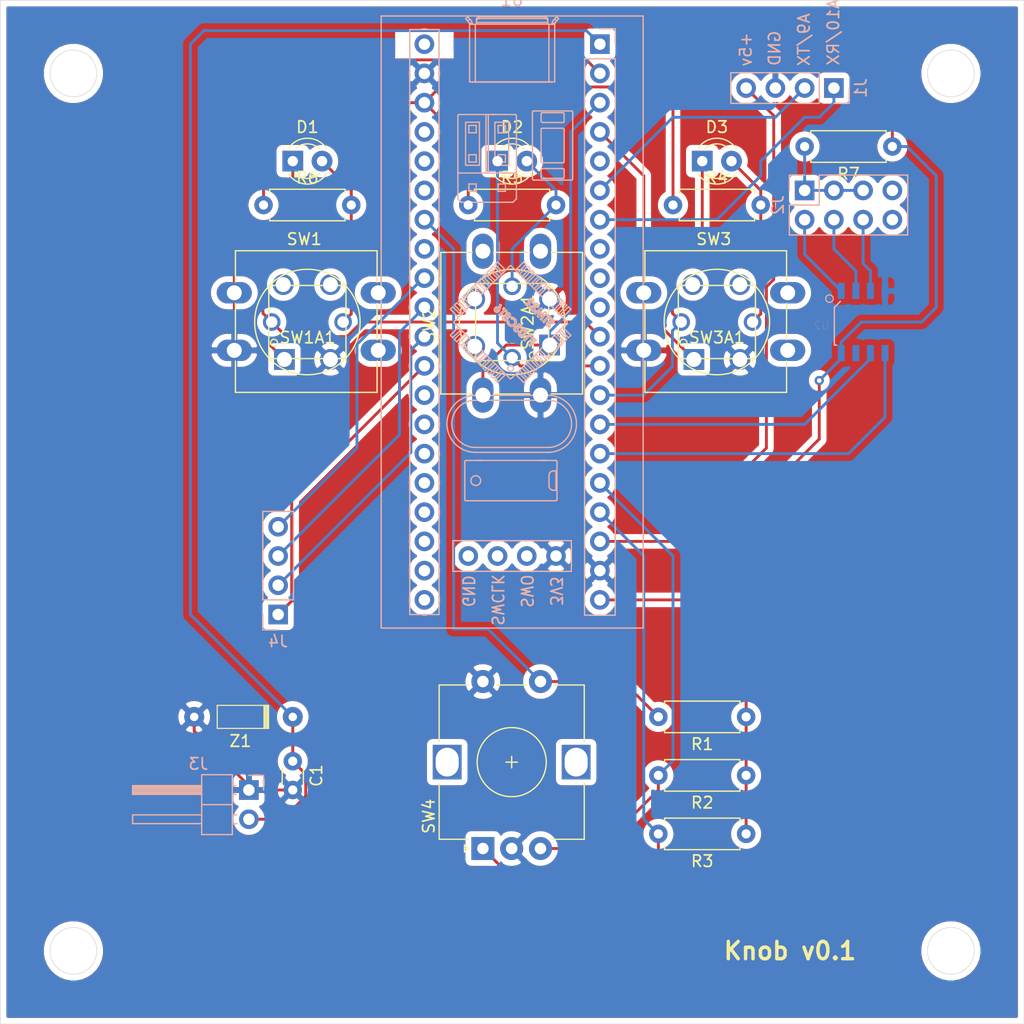
<source format=kicad_pcb>
(kicad_pcb (version 20171130) (host pcbnew "(5.1.9)-1")
  (layers (0 F.Cu signal hide) (31 B.Cu signal hide) (34 B.Paste user) (35 F.Paste user) (36 B.SilkS user) (37 F.SilkS user) (38 B.Mask user) (39 F.Mask user hide) (44 Edge.Cuts user))
  (net 0 "")
  (net 1 GND)
  (net 2 "Net-(C1-Pad1)")
  (net 3 D1R6)
  (net 4 "Net-(D1-Pad1)")
  (net 5 D2R5)
  (net 6 "Net-(D2-Pad1)")
  (net 7 D3R4)
  (net 8 "Net-(D3-Pad1)")
  (net 9 +5V)
  (net 10 PRG_TX)
  (net 11 PRG_RX)
  (net 12 "Net-(J2-Pad6)")
  (net 13 "Net-(J2-Pad1)")
  (net 14 "Net-(J2-Pad4)")
  (net 15 "Net-(J2-Pad2)")
  (net 16 "Net-(J4-Pad4)")
  (net 17 "Net-(J4-Pad3)")
  (net 18 "Net-(J4-Pad2)")
  (net 19 "Net-(J4-Pad1)")
  (net 20 ENC_SW)
  (net 21 +3V3)
  (net 22 "Net-(R2-Pad2)")
  (net 23 "Net-(R3-Pad2)")
  (net 24 "Net-(SW1-Pad1)")
  (net 25 "Net-(SW2-Pad1)")
  (net 26 "Net-(SW3-Pad1)")
  (net 27 "Net-(U1-Pad21)")
  (net 28 "Net-(U1-Pad22)")
  (net 29 "Net-(U1-Pad23)")
  (net 30 "Net-(U1-Pad24)")
  (net 31 "Net-(U1-Pad25)")
  (net 32 "Net-(U1-Pad15)")
  (net 33 "Net-(U1-Pad26)")
  (net 34 "Net-(U1-Pad14)")
  (net 35 "Net-(U1-Pad27)")
  (net 36 "Net-(U1-Pad28)")
  (net 37 "Net-(U1-Pad10)")
  (net 38 "Net-(U1-Pad9)")
  (net 39 "Net-(U1-Pad8)")
  (net 40 "Net-(U1-Pad33)")
  (net 41 "Net-(U1-Pad35)")
  (net 42 "Net-(U1-Pad5)")
  (net 43 "Net-(U1-Pad36)")
  (net 44 "Net-(U1-Pad37)")
  (net 45 "Net-(U1-Pad42)")
  (net 46 "Net-(U1-Pad43)")
  (net 47 "Net-(U2-Pad7)")
  (net 48 "Net-(SW1A1-Pad2)")
  (net 49 "Net-(SW1A1-Pad4)")
  (net 50 "Net-(SW2A1-Pad2)")
  (net 51 "Net-(SW2A1-Pad4)")
  (net 52 "Net-(SW3A1-Pad2)")
  (net 53 "Net-(SW3A1-Pad4)")
  (net 54 "Net-(SW1-Pad3)")
  (net 55 "Net-(SW1-Pad4)")
  (net 56 "Net-(SW2-Pad4)")
  (net 57 "Net-(SW2-Pad3)")
  (net 58 "Net-(SW3-Pad3)")
  (net 59 "Net-(SW3-Pad4)")
  (module Connector_PinHeader_2.54mm:PinHeader_1x04_P2.54mm_Vertical (layer B.Cu) (at 132.08 50.8 90)
    (fp_text reference J1 (at 0 2.33 90) (layer B.SilkS) (effects (justify mirror)))
    (fp_text value "TTL Programming")
    (fp_text user +5v (at 3.35 -7.65 90) (layer B.SilkS) (effects (justify mirror)))
    (fp_text user GND (at 3.45 -5.15 90) (layer B.SilkS) (effects (justify mirror)))
    (fp_text user A9/TX (at 4.2 -2.6 90) (layer B.SilkS) (effects (justify mirror)))
    (fp_text user A10/RX (at 4.85 -0.05 90) (layer B.SilkS) (effects (justify mirror)))
    (pad 4 thru_hole oval (at 0 -7.62 90) (size 1.7 1.7) (drill 1) (layers *.Cu *.Mask) (net 9 +5V))
    (pad 3 thru_hole oval (at 0 -5.08 90) (size 1.7 1.7) (drill 1) (layers *.Cu *.Mask) (net 1 GND))
    (pad 2 thru_hole oval (at 0 -2.54 90) (size 1.7 1.7) (drill 1) (layers *.Cu *.Mask) (net 10 PRG_TX))
    (pad 1 thru_hole rect (at 0 0 90) (size 1.7 1.7) (drill 1) (layers *.Cu *.Mask) (net 11 PRG_RX))
  )
  (module Resistor_THT:R_Axial_DIN0207_L6.3mm_D2.5mm_P7.62mm_Horizontal (layer F.Cu) (at 137.16 55.88 180)
    (fp_text reference R7 (at 3.81 -2.37) (layer F.SilkS))
    (fp_text value 2K)
    (pad 2 thru_hole oval (at 7.62 0 180) (size 1.6 1.6) (drill 0.8) (layers *.Cu *.Mask) (net 13 "Net-(J2-Pad1)"))
    (pad 1 thru_hole circle (at 0 0 180) (size 1.6 1.6) (drill 0.8) (layers *.Cu *.Mask) (net 21 +3V3))
  )
  (module mine:TL6215V (layer F.Cu) (at 121.92 71.12)
    (fp_text reference SW3A1 (at 0 1.35) (layer F.SilkS))
    (fp_text value SW_Push_LED_TL6215)
    (pad 3 thru_hole circle (at 2 3.25) (size 1.8 1.8) (drill 1.3) (layers *.Cu *.Mask) (net 1 GND))
    (pad 1 thru_hole rect (at -2 3.25) (size 1.8 1.8) (drill 1.3) (layers *.Cu *.Mask) (net 26 "Net-(SW3-Pad1)"))
    (pad 2 thru_hole circle (at -2.1 -3.25) (size 1.8 1.8) (drill 1.3) (layers *.Cu *.Mask) (net 52 "Net-(SW3A1-Pad2)"))
    (pad 4 thru_hole circle (at 2 -3.25) (size 1.8 1.8) (drill 1.3) (layers *.Cu *.Mask) (net 53 "Net-(SW3A1-Pad4)"))
    (pad 5 thru_hole circle (at -3.1 0) (size 1.524 1.524) (drill 1) (layers *.Cu *.Mask) (net 8 "Net-(D3-Pad1)"))
    (pad 6 thru_hole circle (at 3.1 0) (size 1.524 1.524) (drill 1) (layers *.Cu *.Mask) (net 7 D3R4))
  )
  (module mine:TL6215V (layer F.Cu) (at 104.14 71.12 90)
    (fp_text reference SW2A1 (at 0 1.35 90) (layer F.SilkS))
    (fp_text value SW_Push_LED_TL6215)
    (pad 3 thru_hole circle (at 2 3.25 90) (size 1.8 1.8) (drill 1.3) (layers *.Cu *.Mask) (net 1 GND))
    (pad 1 thru_hole rect (at -2 3.25 90) (size 1.8 1.8) (drill 1.3) (layers *.Cu *.Mask) (net 25 "Net-(SW2-Pad1)"))
    (pad 2 thru_hole circle (at -2.1 -3.25 90) (size 1.8 1.8) (drill 1.3) (layers *.Cu *.Mask) (net 50 "Net-(SW2A1-Pad2)"))
    (pad 4 thru_hole circle (at 2 -3.25 90) (size 1.8 1.8) (drill 1.3) (layers *.Cu *.Mask) (net 51 "Net-(SW2A1-Pad4)"))
    (pad 5 thru_hole circle (at -3.1 0 90) (size 1.524 1.524) (drill 1) (layers *.Cu *.Mask) (net 6 "Net-(D2-Pad1)"))
    (pad 6 thru_hole circle (at 3.1 0 90) (size 1.524 1.524) (drill 1) (layers *.Cu *.Mask) (net 5 D2R5))
  )
  (module mine:TL6215V (layer F.Cu) (at 86.36 71.12)
    (fp_text reference SW1A1 (at 0 1.35) (layer F.SilkS))
    (fp_text value SW_Push_LED_TL6215)
    (pad 3 thru_hole circle (at 2 3.25) (size 1.8 1.8) (drill 1.3) (layers *.Cu *.Mask) (net 1 GND))
    (pad 1 thru_hole rect (at -2 3.25) (size 1.8 1.8) (drill 1.3) (layers *.Cu *.Mask) (net 24 "Net-(SW1-Pad1)"))
    (pad 2 thru_hole circle (at -2.1 -3.25) (size 1.8 1.8) (drill 1.3) (layers *.Cu *.Mask) (net 48 "Net-(SW1A1-Pad2)"))
    (pad 4 thru_hole circle (at 2 -3.25) (size 1.8 1.8) (drill 1.3) (layers *.Cu *.Mask) (net 49 "Net-(SW1A1-Pad4)"))
    (pad 5 thru_hole circle (at -3.1 0) (size 1.524 1.524) (drill 1) (layers *.Cu *.Mask) (net 4 "Net-(D1-Pad1)"))
    (pad 6 thru_hole circle (at 3.1 0) (size 1.524 1.524) (drill 1) (layers *.Cu *.Mask) (net 3 D1R6))
  )
  (module digikey-footprints:DO-35 (layer F.Cu) (at 85.09 105.41 180)
    (fp_text reference Z1 (at 4.55 -2.1) (layer F.SilkS))
    (fp_text value 1N5231BTR)
    (pad A thru_hole circle (at 8.56 0 180) (size 1.733 1.733) (drill 0.733) (layers *.Cu *.Mask) (net 1 GND))
    (pad K thru_hole circle (at 0 0 180) (size 1.733 1.733) (drill 0.733) (layers *.Cu *.Mask) (net 2 "Net-(C1-Pad1)"))
  )
  (module SnapEDA:SOIC8-1.27-5X4MM (layer B.Cu) (at 134.62 71.12)
    (fp_text reference U2 (at -3.621563 0.317685 -180) (layer B.SilkS) (effects (font (size 0.700398 0.700398) (thickness 0.015)) (justify mirror)))
    (fp_text value CAT24C256)
    (pad 8 smd rect (at -1.905 2.7) (size 0.6 1.4) (layers B.Cu B.Paste B.Mask) (net 21 +3V3))
    (pad 7 smd rect (at -0.635 2.7) (size 0.6 1.4) (layers B.Cu B.Paste B.Mask) (net 47 "Net-(U2-Pad7)"))
    (pad 6 smd rect (at 0.635 2.7) (size 0.6 1.4) (layers B.Cu B.Paste B.Mask) (net 34 "Net-(U1-Pad14)"))
    (pad 5 smd rect (at 1.905 2.7) (size 0.6 1.4) (layers B.Cu B.Paste B.Mask) (net 32 "Net-(U1-Pad15)"))
    (pad 4 smd rect (at 1.905 -2.7) (size 0.6 1.4) (layers B.Cu B.Paste B.Mask) (net 1 GND))
    (pad 3 smd rect (at 0.635 -2.7) (size 0.6 1.4) (layers B.Cu B.Paste B.Mask) (net 12 "Net-(J2-Pad6)"))
    (pad 2 smd rect (at -0.635 -2.7) (size 0.6 1.4) (layers B.Cu B.Paste B.Mask) (net 14 "Net-(J2-Pad4)"))
    (pad 1 smd rect (at -1.905 -2.7) (size 0.6 1.4) (layers B.Cu B.Paste B.Mask) (net 15 "Net-(J2-Pad2)"))
  )
  (module Footprints:YAAJ_BluePill_SWD_1 (layer B.Cu) (at 111.76 46.99 180)
    (fp_text reference U1 (at 7.62 3.81 180) (layer B.SilkS) (effects (justify mirror)))
    (fp_text value YAAJ_BluePill_SWD_Breakout hide)
    (fp_text user GND (at 11.43 -47.498 -90 unlocked) (layer B.SilkS) (effects (font (size 1 0.9)) (justify mirror)))
    (fp_text user SWCLK (at 8.89 -48.26 -90 unlocked) (layer B.SilkS) (effects (font (size 1 0.9)) (justify mirror)))
    (fp_text user SWO (at 6.35 -47.498 -90 unlocked) (layer B.SilkS) (effects (font (size 1 0.9)) (justify mirror)))
    (fp_text user 3V3 (at 3.81 -47.498 -90 unlocked) (layer B.SilkS) (effects (font (size 1 0.9)) (justify mirror)))
    (pad 20 thru_hole circle (at 0 -48.26 180) (size 1.7 1.7) (drill 1) (layers *.Cu *.Mask) (net 21 +3V3))
    (pad 21 thru_hole circle (at 15.24 -48.26 180) (size 1.7 1.7) (drill 1) (layers *.Cu *.Mask) (net 27 "Net-(U1-Pad21)"))
    (pad 19 thru_hole circle (at 0 -45.72 180) (size 1.7 1.7) (drill 1) (layers *.Cu *.Mask) (net 1 GND))
    (pad 22 thru_hole circle (at 15.24 -45.72 180) (size 1.7 1.7) (drill 1) (layers *.Cu *.Mask) (net 28 "Net-(U1-Pad22)"))
    (pad 18 thru_hole circle (at 0 -43.18 180) (size 1.7 1.7) (drill 1) (layers *.Cu *.Mask) (net 9 +5V))
    (pad 23 thru_hole circle (at 15.24 -43.18 180) (size 1.7 1.7) (drill 1) (layers *.Cu *.Mask) (net 29 "Net-(U1-Pad23)"))
    (pad 17 thru_hole circle (at 0 -40.64 180) (size 1.7 1.7) (drill 1) (layers *.Cu *.Mask) (net 23 "Net-(R3-Pad2)"))
    (pad 24 thru_hole circle (at 15.24 -40.64 180) (size 1.7 1.7) (drill 1) (layers *.Cu *.Mask) (net 30 "Net-(U1-Pad24)"))
    (pad 16 thru_hole circle (at 0 -38.1 180) (size 1.7 1.7) (drill 1) (layers *.Cu *.Mask) (net 22 "Net-(R2-Pad2)"))
    (pad 25 thru_hole circle (at 15.24 -38.1 180) (size 1.7 1.7) (drill 1) (layers *.Cu *.Mask) (net 31 "Net-(U1-Pad25)"))
    (pad 15 thru_hole circle (at 0 -35.56 180) (size 1.7 1.7) (drill 1) (layers *.Cu *.Mask) (net 32 "Net-(U1-Pad15)"))
    (pad 26 thru_hole circle (at 15.24 -35.56 180) (size 1.7 1.7) (drill 1) (layers *.Cu *.Mask) (net 33 "Net-(U1-Pad26)"))
    (pad 14 thru_hole circle (at 0 -33.02 180) (size 1.7 1.7) (drill 1) (layers *.Cu *.Mask) (net 34 "Net-(U1-Pad14)"))
    (pad 27 thru_hole circle (at 15.24 -33.02 180) (size 1.7 1.7) (drill 1) (layers *.Cu *.Mask) (net 35 "Net-(U1-Pad27)"))
    (pad 13 thru_hole circle (at 0 -30.48 180) (size 1.7 1.7) (drill 1) (layers *.Cu *.Mask) (net 8 "Net-(D3-Pad1)"))
    (pad 28 thru_hole circle (at 15.24 -30.48 180) (size 1.7 1.7) (drill 1) (layers *.Cu *.Mask) (net 36 "Net-(U1-Pad28)"))
    (pad 12 thru_hole circle (at 0 -27.94 180) (size 1.7 1.7) (drill 1) (layers *.Cu *.Mask) (net 6 "Net-(D2-Pad1)"))
    (pad 29 thru_hole circle (at 15.24 -27.94 180) (size 1.7 1.7) (drill 1) (layers *.Cu *.Mask) (net 19 "Net-(J4-Pad1)"))
    (pad 11 thru_hole circle (at 0 -25.4 180) (size 1.7 1.7) (drill 1) (layers *.Cu *.Mask) (net 4 "Net-(D1-Pad1)"))
    (pad 30 thru_hole circle (at 15.24 -25.4 180) (size 1.7 1.7) (drill 1) (layers *.Cu *.Mask) (net 18 "Net-(J4-Pad2)"))
    (pad 10 thru_hole circle (at 0 -22.86 180) (size 1.7 1.7) (drill 1) (layers *.Cu *.Mask) (net 37 "Net-(U1-Pad10)"))
    (pad 31 thru_hole circle (at 15.24 -22.86 180) (size 1.7 1.7) (drill 1) (layers *.Cu *.Mask) (net 17 "Net-(J4-Pad3)"))
    (pad 9 thru_hole circle (at 0 -20.32 180) (size 1.7 1.7) (drill 1) (layers *.Cu *.Mask) (net 38 "Net-(U1-Pad9)"))
    (pad 32 thru_hole circle (at 15.24 -20.32 180) (size 1.7 1.7) (drill 1) (layers *.Cu *.Mask) (net 16 "Net-(J4-Pad4)"))
    (pad 8 thru_hole circle (at 0 -17.78 180) (size 1.7 1.7) (drill 1) (layers *.Cu *.Mask) (net 39 "Net-(U1-Pad8)"))
    (pad 33 thru_hole circle (at 15.24 -17.78 180) (size 1.7 1.7) (drill 1) (layers *.Cu *.Mask) (net 40 "Net-(U1-Pad33)"))
    (pad 7 thru_hole circle (at 0 -15.24 180) (size 1.7 1.7) (drill 1) (layers *.Cu *.Mask) (net 11 PRG_RX))
    (pad 34 thru_hole circle (at 15.24 -15.24 180) (size 1.7 1.7) (drill 1) (layers *.Cu *.Mask) (net 20 ENC_SW))
    (pad 6 thru_hole circle (at 0 -12.7 180) (size 1.7 1.7) (drill 1) (layers *.Cu *.Mask) (net 10 PRG_TX))
    (pad 35 thru_hole circle (at 15.24 -12.7 180) (size 1.7 1.7) (drill 1) (layers *.Cu *.Mask) (net 41 "Net-(U1-Pad35)"))
    (pad 5 thru_hole circle (at 0 -10.16 180) (size 1.7 1.7) (drill 1) (layers *.Cu *.Mask) (net 42 "Net-(U1-Pad5)"))
    (pad 36 thru_hole circle (at 15.24 -10.16 180) (size 1.7 1.7) (drill 1) (layers *.Cu *.Mask) (net 43 "Net-(U1-Pad36)"))
    (pad 4 thru_hole circle (at 0 -7.62 180) (size 1.7 1.7) (drill 1) (layers *.Cu *.Mask) (net 26 "Net-(SW3-Pad1)"))
    (pad 37 thru_hole circle (at 15.24 -7.62 180) (size 1.7 1.7) (drill 1) (layers *.Cu *.Mask) (net 44 "Net-(U1-Pad37)"))
    (pad 3 thru_hole circle (at 0 -5.08 180) (size 1.7 1.7) (drill 1) (layers *.Cu *.Mask) (net 25 "Net-(SW2-Pad1)"))
    (pad 38 thru_hole circle (at 15.24 -5.08 180) (size 1.7 1.7) (drill 1) (layers *.Cu *.Mask) (net 21 +3V3))
    (pad 2 thru_hole circle (at 0 -2.54 180) (size 1.7 1.7) (drill 1) (layers *.Cu *.Mask) (net 24 "Net-(SW1-Pad1)"))
    (pad 39 thru_hole circle (at 15.24 -2.54 180) (size 1.7 1.7) (drill 1) (layers *.Cu *.Mask) (net 1 GND))
    (pad 1 thru_hole rect (at 0 0 180) (size 1.7 1.7) (drill 1) (layers *.Cu *.Mask) (net 2 "Net-(C1-Pad1)"))
    (pad 40 thru_hole circle (at 15.24 0 180) (size 1.7 1.7) (drill 1) (layers *.Cu *.Mask) (net 1 GND))
    (pad 41 thru_hole circle (at 11.43 -44.45 180) (size 1.7 1.7) (drill 1) (layers *.Cu *.Mask))
    (pad 42 thru_hole circle (at 8.89 -44.45 180) (size 1.7 1.7) (drill 1) (layers *.Cu *.Mask) (net 45 "Net-(U1-Pad42)"))
    (pad 43 thru_hole circle (at 6.35 -44.45 180) (size 1.7 1.7) (drill 1) (layers *.Cu *.Mask) (net 46 "Net-(U1-Pad43)"))
    (pad 44 thru_hole circle (at 3.81 -44.45 180) (size 1.7 1.7) (drill 1) (layers *.Cu *.Mask) (net 1 GND))
  )
  (module Rotary_Encoder:RotaryEncoder_Alps_EC12E-Switch_Vertical_H20mm (layer F.Cu) (at 101.6 116.84 90)
    (fp_text reference SW4 (at 2.8 -4.7 90) (layer F.SilkS))
    (fp_text value Rotary_Encoder_Switch)
    (pad A thru_hole rect (at 0 0 90) (size 2 2) (drill 1) (layers *.Cu *.Mask) (net 23 "Net-(R3-Pad2)"))
    (pad C thru_hole circle (at 0 2.5 90) (size 2 2) (drill 1) (layers *.Cu *.Mask) (net 1 GND))
    (pad B thru_hole circle (at 0 5 90) (size 2 2) (drill 1) (layers *.Cu *.Mask) (net 22 "Net-(R2-Pad2)"))
    (pad MP thru_hole rect (at 7.5 -3.1 90) (size 3 2.5) (drill oval 2.5 2) (layers *.Cu *.Mask))
    (pad MP thru_hole rect (at 7.5 8.1 90) (size 3 2.5) (drill oval 2.5 2) (layers *.Cu *.Mask))
    (pad S1 thru_hole circle (at 14.5 0 90) (size 2 2) (drill 1) (layers *.Cu *.Mask) (net 1 GND))
    (pad S2 thru_hole circle (at 14.5 5 90) (size 2 2) (drill 1) (layers *.Cu *.Mask) (net 20 ENC_SW))
  )
  (module Connector_PinHeader_2.54mm:PinHeader_1x04_P2.54mm_Vertical (layer B.Cu) (at 83.82 96.52)
    (fp_text reference J4 (at 0 2.33) (layer B.SilkS) (effects (justify mirror)))
    (fp_text value "SPI Interface")
    (pad 4 thru_hole oval (at 0 -7.62) (size 1.7 1.7) (drill 1) (layers *.Cu *.Mask) (net 16 "Net-(J4-Pad4)"))
    (pad 3 thru_hole oval (at 0 -5.08) (size 1.7 1.7) (drill 1) (layers *.Cu *.Mask) (net 17 "Net-(J4-Pad3)"))
    (pad 2 thru_hole oval (at 0 -2.54) (size 1.7 1.7) (drill 1) (layers *.Cu *.Mask) (net 18 "Net-(J4-Pad2)"))
    (pad 1 thru_hole rect (at 0 0) (size 1.7 1.7) (drill 1) (layers *.Cu *.Mask) (net 19 "Net-(J4-Pad1)"))
  )
  (module Connector_PinHeader_2.54mm:PinHeader_1x02_P2.54mm_Horizontal (layer B.Cu) (at 81.28 111.76 180)
    (fp_text reference J3 (at 4.385 2.27) (layer B.SilkS) (effects (justify mirror)))
    (fp_text value PTT)
    (pad 2 thru_hole oval (at 0 -2.54 180) (size 1.7 1.7) (drill 1) (layers *.Cu *.Mask) (net 2 "Net-(C1-Pad1)"))
    (pad 1 thru_hole rect (at 0 0 180) (size 1.7 1.7) (drill 1) (layers *.Cu *.Mask) (net 1 GND))
  )
  (module Connector_PinHeader_2.54mm:PinHeader_2x04_P2.54mm_Vertical (layer B.Cu) (at 129.54 59.69 270)
    (fp_text reference J2 (at 1.27 2.33 270) (layer B.SilkS) (effects (justify mirror)))
    (fp_text value i2c_addr)
    (pad 8 thru_hole oval (at 2.54 -7.62 270) (size 1.7 1.7) (drill 1) (layers *.Cu *.Mask))
    (pad 7 thru_hole oval (at 0 -7.62 270) (size 1.7 1.7) (drill 1) (layers *.Cu *.Mask))
    (pad 6 thru_hole oval (at 2.54 -5.08 270) (size 1.7 1.7) (drill 1) (layers *.Cu *.Mask) (net 12 "Net-(J2-Pad6)"))
    (pad 5 thru_hole oval (at 0 -5.08 270) (size 1.7 1.7) (drill 1) (layers *.Cu *.Mask) (net 13 "Net-(J2-Pad1)"))
    (pad 4 thru_hole oval (at 2.54 -2.54 270) (size 1.7 1.7) (drill 1) (layers *.Cu *.Mask) (net 14 "Net-(J2-Pad4)"))
    (pad 3 thru_hole oval (at 0 -2.54 270) (size 1.7 1.7) (drill 1) (layers *.Cu *.Mask) (net 13 "Net-(J2-Pad1)"))
    (pad 2 thru_hole oval (at 2.54 0 270) (size 1.7 1.7) (drill 1) (layers *.Cu *.Mask) (net 15 "Net-(J2-Pad2)"))
    (pad 1 thru_hole rect (at 0 0 270) (size 1.7 1.7) (drill 1) (layers *.Cu *.Mask) (net 13 "Net-(J2-Pad1)"))
  )
  (module LED_THT:LED_D3.0mm (layer F.Cu) (at 120.65 57.15)
    (fp_text reference D3 (at 1.27 -2.96) (layer F.SilkS))
    (fp_text value LED)
    (pad 2 thru_hole circle (at 2.54 0) (size 1.8 1.8) (drill 0.9) (layers *.Cu *.Mask) (net 7 D3R4))
    (pad 1 thru_hole rect (at 0 0) (size 1.8 1.8) (drill 0.9) (layers *.Cu *.Mask) (net 8 "Net-(D3-Pad1)"))
  )
  (module LED_THT:LED_D3.0mm (layer F.Cu) (at 102.87 57.15)
    (fp_text reference D2 (at 1.27 -2.96) (layer F.SilkS))
    (fp_text value LED)
    (pad 2 thru_hole circle (at 2.54 0) (size 1.8 1.8) (drill 0.9) (layers *.Cu *.Mask) (net 5 D2R5))
    (pad 1 thru_hole rect (at 0 0) (size 1.8 1.8) (drill 0.9) (layers *.Cu *.Mask) (net 6 "Net-(D2-Pad1)"))
  )
  (module LED_THT:LED_D3.0mm (layer F.Cu) (at 85.09 57.15)
    (fp_text reference D1 (at 1.27 -2.96) (layer F.SilkS))
    (fp_text value LED)
    (pad 2 thru_hole circle (at 2.54 0) (size 1.8 1.8) (drill 0.9) (layers *.Cu *.Mask) (net 3 D1R6))
    (pad 1 thru_hole rect (at 0 0) (size 1.8 1.8) (drill 0.9) (layers *.Cu *.Mask) (net 4 "Net-(D1-Pad1)"))
  )
  (module Capacitor_THT:C_Disc_D3.0mm_W1.6mm_P2.50mm (layer F.Cu) (at 85.09 109.26 270)
    (fp_text reference C1 (at 1.25 -2.05 90) (layer F.SilkS))
    (fp_text value .01)
    (pad 2 thru_hole circle (at 2.5 0 270) (size 1.6 1.6) (drill 0.8) (layers *.Cu *.Mask) (net 1 GND))
    (pad 1 thru_hole circle (at 0 0 270) (size 1.6 1.6) (drill 0.8) (layers *.Cu *.Mask) (net 2 "Net-(C1-Pad1)"))
  )
  (module Resistor_THT:R_Axial_DIN0207_L6.3mm_D2.5mm_P7.62mm_Horizontal (layer F.Cu) (at 124.46 105.41 180)
    (fp_text reference R1 (at 3.81 -2.37) (layer F.SilkS))
    (fp_text value 10K)
    (pad 2 thru_hole oval (at 7.62 0 180) (size 1.6 1.6) (drill 0.8) (layers *.Cu *.Mask) (net 20 ENC_SW))
    (pad 1 thru_hole circle (at 0 0 180) (size 1.6 1.6) (drill 0.8) (layers *.Cu *.Mask) (net 21 +3V3))
  )
  (module Resistor_THT:R_Axial_DIN0207_L6.3mm_D2.5mm_P7.62mm_Horizontal (layer F.Cu) (at 124.46 110.49 180)
    (fp_text reference R2 (at 3.81 -2.37) (layer F.SilkS))
    (fp_text value 10K)
    (pad 2 thru_hole oval (at 7.62 0 180) (size 1.6 1.6) (drill 0.8) (layers *.Cu *.Mask) (net 22 "Net-(R2-Pad2)"))
    (pad 1 thru_hole circle (at 0 0 180) (size 1.6 1.6) (drill 0.8) (layers *.Cu *.Mask) (net 21 +3V3))
  )
  (module Resistor_THT:R_Axial_DIN0207_L6.3mm_D2.5mm_P7.62mm_Horizontal (layer F.Cu) (at 124.46 115.57 180)
    (fp_text reference R3 (at 3.81 -2.37) (layer F.SilkS))
    (fp_text value 10K)
    (pad 1 thru_hole circle (at 0 0 180) (size 1.6 1.6) (drill 0.8) (layers *.Cu *.Mask) (net 21 +3V3))
    (pad 2 thru_hole oval (at 7.62 0 180) (size 1.6 1.6) (drill 0.8) (layers *.Cu *.Mask) (net 23 "Net-(R3-Pad2)"))
  )
  (module Resistor_THT:R_Axial_DIN0207_L6.3mm_D2.5mm_P7.62mm_Horizontal (layer F.Cu) (at 118.11 60.96)
    (fp_text reference R4 (at 3.81 -2.37) (layer F.SilkS))
    (fp_text value 2K)
    (pad 1 thru_hole circle (at 0 0) (size 1.6 1.6) (drill 0.8) (layers *.Cu *.Mask) (net 21 +3V3))
    (pad 2 thru_hole oval (at 7.62 0) (size 1.6 1.6) (drill 0.8) (layers *.Cu *.Mask) (net 7 D3R4))
  )
  (module Resistor_THT:R_Axial_DIN0207_L6.3mm_D2.5mm_P7.62mm_Horizontal (layer F.Cu) (at 100.33 60.96)
    (fp_text reference R5 (at 3.81 -2.37) (layer F.SilkS))
    (fp_text value 2K)
    (pad 1 thru_hole circle (at 0 0) (size 1.6 1.6) (drill 0.8) (layers *.Cu *.Mask) (net 21 +3V3))
    (pad 2 thru_hole oval (at 7.62 0) (size 1.6 1.6) (drill 0.8) (layers *.Cu *.Mask) (net 5 D2R5))
  )
  (module Resistor_THT:R_Axial_DIN0207_L6.3mm_D2.5mm_P7.62mm_Horizontal (layer F.Cu) (at 82.55 60.96)
    (fp_text reference R6 (at 3.81 -2.37) (layer F.SilkS))
    (fp_text value 2K)
    (pad 1 thru_hole circle (at 0 0) (size 1.6 1.6) (drill 0.8) (layers *.Cu *.Mask) (net 21 +3V3))
    (pad 2 thru_hole oval (at 7.62 0) (size 1.6 1.6) (drill 0.8) (layers *.Cu *.Mask) (net 3 D1R6))
  )
  (module mine:SW_PUSH-12mm-corrected (layer F.Cu) (at 80.01 68.58)
    (fp_text reference SW1 (at 6.08 -4.66) (layer F.SilkS))
    (fp_text value PB)
    (pad 3 thru_hole oval (at 12.5 0) (size 3.048 1.85) (drill 1.3) (layers *.Cu *.Mask) (net 54 "Net-(SW1-Pad3)"))
    (pad 4 thru_hole oval (at 12.5 5) (size 3.048 1.85) (drill 1.3) (layers *.Cu *.Mask) (net 55 "Net-(SW1-Pad4)"))
    (pad 1 thru_hole oval (at 0 0) (size 3.048 1.85) (drill 1.3) (layers *.Cu *.Mask) (net 24 "Net-(SW1-Pad1)"))
    (pad 2 thru_hole oval (at 0 5) (size 3.048 1.85) (drill 1.3) (layers *.Cu *.Mask) (net 1 GND))
  )
  (module mine:SW_PUSH-12mm-corrected (layer F.Cu) (at 101.6 77.47 90)
    (fp_text reference SW2 (at 6.08 -4.66 90) (layer F.SilkS))
    (fp_text value PB)
    (pad 2 thru_hole oval (at 0 5 90) (size 3.048 1.85) (drill 1.3) (layers *.Cu *.Mask) (net 1 GND))
    (pad 1 thru_hole oval (at 0 0 90) (size 3.048 1.85) (drill 1.3) (layers *.Cu *.Mask) (net 25 "Net-(SW2-Pad1)"))
    (pad 4 thru_hole oval (at 12.5 5 90) (size 3.048 1.85) (drill 1.3) (layers *.Cu *.Mask) (net 56 "Net-(SW2-Pad4)"))
    (pad 3 thru_hole oval (at 12.5 0 90) (size 3.048 1.85) (drill 1.3) (layers *.Cu *.Mask) (net 57 "Net-(SW2-Pad3)"))
  )
  (module mine:SW_PUSH-12mm-corrected (layer F.Cu) (at 115.57 68.58)
    (fp_text reference SW3 (at 6.08 -4.66) (layer F.SilkS))
    (fp_text value PB)
    (pad 3 thru_hole oval (at 12.5 0) (size 3.048 1.85) (drill 1.3) (layers *.Cu *.Mask) (net 58 "Net-(SW3-Pad3)"))
    (pad 4 thru_hole oval (at 12.5 5) (size 3.048 1.85) (drill 1.3) (layers *.Cu *.Mask) (net 59 "Net-(SW3-Pad4)"))
    (pad 1 thru_hole oval (at 0 0) (size 3.048 1.85) (drill 1.3) (layers *.Cu *.Mask) (net 26 "Net-(SW3-Pad1)"))
    (pad 2 thru_hole oval (at 0 5) (size 3.048 1.85) (drill 1.3) (layers *.Cu *.Mask) (net 1 GND))
  )
  (gr_text "Knob v0.1" (at 128.27 125.73) (layer F.SilkS) (effects (font (size 1.5 1.5) (thickness 0.3))))
  (gr_circle (center 142.24 125.73) (end 144.272 125.73) (layer Edge.Cuts) (width 0.05))
  (gr_circle (center 66.04 125.73) (end 68.072 125.73) (layer Edge.Cuts) (width 0.05))
  (gr_circle (center 142.24 49.53) (end 144.272 49.53) (layer Edge.Cuts) (width 0.05))
  (gr_circle (center 66.04 49.53) (end 68.072 49.53) (layer Edge.Cuts) (width 0.05))
  (gr_line (start 59.69 132.08) (end 59.69 43.18) (layer Edge.Cuts) (width 0.05))
  (gr_line (start 148.59 132.08) (end 59.69 132.08) (layer Edge.Cuts) (width 0.05))
  (gr_line (start 148.59 43.18) (end 148.59 132.08) (layer Edge.Cuts) (width 0.05))
  (gr_line (start 59.69 43.18) (end 148.59 43.18) (layer Edge.Cuts) (width 0.05))
  (segment (start 81.28 111.385416) (end 81.28 111.76) (width 0.25) (layer F.Cu) (net 1))
  (segment (start 76.53 106.635416) (end 81.28 111.385416) (width 0.25) (layer F.Cu) (net 1))
  (segment (start 76.53 105.41) (end 76.53 106.635416) (width 0.25) (layer F.Cu) (net 1))
  (segment (start 81.28 111.76) (end 85.09 111.76) (width 0.25) (layer F.Cu) (net 1))
  (segment (start 85.05 109.22) (end 85.09 109.26) (width 0.25) (layer F.Cu) (net 2))
  (segment (start 85.09 109.26) (end 85.09 105.41) (width 0.25) (layer F.Cu) (net 2))
  (segment (start 110.584999 45.814999) (end 77.375001 45.814999) (width 0.25) (layer B.Cu) (net 2))
  (segment (start 111.76 46.99) (end 110.584999 45.814999) (width 0.25) (layer B.Cu) (net 2))
  (segment (start 77.375001 45.814999) (end 76.2 46.99) (width 0.25) (layer B.Cu) (net 2))
  (segment (start 76.2 96.52) (end 85.09 105.41) (width 0.25) (layer B.Cu) (net 2))
  (segment (start 76.2 46.99) (end 76.2 96.52) (width 0.25) (layer B.Cu) (net 2))
  (segment (start 84.215002 114.3) (end 81.28 114.3) (width 0.25) (layer F.Cu) (net 2))
  (segment (start 86.215001 112.300001) (end 84.215002 114.3) (width 0.25) (layer F.Cu) (net 2))
  (segment (start 86.215001 110.385001) (end 86.215001 112.300001) (width 0.25) (layer F.Cu) (net 2))
  (segment (start 85.09 109.26) (end 86.215001 110.385001) (width 0.25) (layer F.Cu) (net 2))
  (segment (start 90.17 59.69) (end 90.17 60.96) (width 0.25) (layer F.Cu) (net 3))
  (segment (start 87.63 57.15) (end 90.17 59.69) (width 0.25) (layer F.Cu) (net 3))
  (segment (start 90.17 70.41) (end 89.46 71.12) (width 0.25) (layer F.Cu) (net 3))
  (segment (start 90.17 60.96) (end 90.17 70.41) (width 0.25) (layer F.Cu) (net 3))
  (segment (start 82.498001 70.358001) (end 82.498001 66.091999) (width 0.25) (layer F.Cu) (net 4))
  (segment (start 83.26 71.12) (end 82.498001 70.358001) (width 0.25) (layer F.Cu) (net 4))
  (segment (start 85.09 63.5) (end 85.09 57.15) (width 0.25) (layer F.Cu) (net 4))
  (segment (start 82.498001 66.091999) (end 85.09 63.5) (width 0.25) (layer F.Cu) (net 4))
  (segment (start 84.53 72.39) (end 83.26 71.12) (width 0.25) (layer F.Cu) (net 4))
  (segment (start 89.798762 72.39) (end 84.53 72.39) (width 0.25) (layer F.Cu) (net 4))
  (segment (start 91.068762 71.12) (end 89.798762 72.39) (width 0.25) (layer F.Cu) (net 4))
  (segment (start 110.49 71.12) (end 91.068762 71.12) (width 0.25) (layer F.Cu) (net 4))
  (segment (start 111.76 72.39) (end 110.49 71.12) (width 0.25) (layer F.Cu) (net 4))
  (segment (start 107.95 59.69) (end 107.95 60.96) (width 0.25) (layer B.Cu) (net 5))
  (segment (start 105.41 57.15) (end 107.95 59.69) (width 0.25) (layer B.Cu) (net 5))
  (segment (start 104.14 64.77) (end 104.14 68.02) (width 0.25) (layer B.Cu) (net 5))
  (segment (start 107.95 60.96) (end 104.14 64.77) (width 0.25) (layer B.Cu) (net 5))
  (segment (start 104.85 74.93) (end 104.14 74.22) (width 0.25) (layer F.Cu) (net 6))
  (segment (start 111.76 74.93) (end 104.85 74.93) (width 0.25) (layer F.Cu) (net 6))
  (segment (start 102.87 72.95) (end 102.87 57.15) (width 0.25) (layer B.Cu) (net 6))
  (segment (start 104.14 74.22) (end 102.87 72.95) (width 0.25) (layer B.Cu) (net 6))
  (segment (start 125.73 70.41) (end 125.73 60.96) (width 0.25) (layer F.Cu) (net 7))
  (segment (start 125.02 71.12) (end 125.73 70.41) (width 0.25) (layer F.Cu) (net 7))
  (segment (start 125.73 59.69) (end 123.19 57.15) (width 0.25) (layer F.Cu) (net 7))
  (segment (start 125.73 60.96) (end 125.73 59.69) (width 0.25) (layer F.Cu) (net 7))
  (segment (start 118.058001 70.358001) (end 118.058001 66.091999) (width 0.25) (layer F.Cu) (net 8))
  (segment (start 118.82 71.12) (end 118.058001 70.358001) (width 0.25) (layer F.Cu) (net 8))
  (segment (start 118.058001 66.091999) (end 120.65 63.5) (width 0.25) (layer F.Cu) (net 8))
  (segment (start 120.65 63.5) (end 120.65 57.15) (width 0.25) (layer F.Cu) (net 8))
  (segment (start 118.058001 71.881999) (end 118.058001 74.981999) (width 0.25) (layer B.Cu) (net 8))
  (segment (start 118.82 71.12) (end 118.058001 71.881999) (width 0.25) (layer B.Cu) (net 8))
  (segment (start 115.57 77.47) (end 111.76 77.47) (width 0.25) (layer B.Cu) (net 8))
  (segment (start 118.058001 74.981999) (end 115.57 77.47) (width 0.25) (layer B.Cu) (net 8))
  (segment (start 126.22099 68.062229) (end 126.22099 82.05901) (width 0.25) (layer F.Cu) (net 9))
  (segment (start 126.855001 67.428218) (end 126.22099 68.062229) (width 0.25) (layer F.Cu) (net 9))
  (segment (start 126.855001 53.195001) (end 126.855001 67.428218) (width 0.25) (layer F.Cu) (net 9))
  (segment (start 124.46 50.8) (end 126.855001 53.195001) (width 0.25) (layer F.Cu) (net 9))
  (segment (start 118.11 90.17) (end 111.76 90.17) (width 0.25) (layer F.Cu) (net 9))
  (segment (start 126.22099 82.05901) (end 118.11 90.17) (width 0.25) (layer F.Cu) (net 9))
  (segment (start 118.11 53.34) (end 127 53.34) (width 0.25) (layer B.Cu) (net 10))
  (segment (start 111.76 59.69) (end 118.11 53.34) (width 0.25) (layer B.Cu) (net 10))
  (segment (start 129.54 50.8) (end 127 53.34) (width 0.25) (layer B.Cu) (net 10))
  (segment (start 111.76 62.23) (end 121.92 62.23) (width 0.25) (layer B.Cu) (net 11))
  (segment (start 132.08 52.07) (end 132.08 50.8) (width 0.25) (layer B.Cu) (net 11))
  (segment (start 132.08 52.07) (end 130.81 53.34) (width 0.25) (layer B.Cu) (net 11))
  (segment (start 130.81 53.34) (end 129.54 53.34) (width 0.25) (layer B.Cu) (net 11))
  (segment (start 129.54 53.34) (end 125.73 57.15) (width 0.25) (layer B.Cu) (net 11))
  (segment (start 125.73 58.42) (end 121.92 62.23) (width 0.25) (layer B.Cu) (net 11))
  (segment (start 125.73 57.15) (end 125.73 58.42) (width 0.25) (layer B.Cu) (net 11))
  (segment (start 134.62 62.23) (end 134.62 63.5) (width 0.25) (layer B.Cu) (net 12))
  (segment (start 135.255 68.42) (end 135.255 66.675) (width 0.25) (layer B.Cu) (net 12))
  (segment (start 135.255 66.675) (end 134.62 66.04) (width 0.25) (layer B.Cu) (net 12))
  (segment (start 134.62 66.04) (end 134.62 63.5) (width 0.25) (layer B.Cu) (net 12))
  (segment (start 129.54 59.69) (end 134.62 59.69) (width 0.25) (layer B.Cu) (net 13))
  (segment (start 129.54 55.88) (end 129.54 59.69) (width 0.25) (layer B.Cu) (net 13))
  (segment (start 133.985 68.42) (end 133.985 66.675) (width 0.25) (layer B.Cu) (net 14))
  (segment (start 132.08 64.77) (end 132.08 62.23) (width 0.25) (layer B.Cu) (net 14))
  (segment (start 133.985 66.675) (end 132.08 64.77) (width 0.25) (layer B.Cu) (net 14))
  (segment (start 129.54 65.245) (end 132.715 68.42) (width 0.25) (layer B.Cu) (net 15))
  (segment (start 129.54 62.23) (end 129.54 65.245) (width 0.25) (layer B.Cu) (net 15))
  (segment (start 90.66099 73.062229) (end 96.413219 67.31) (width 0.25) (layer B.Cu) (net 16))
  (segment (start 90.66099 82.05901) (end 90.66099 73.062229) (width 0.25) (layer B.Cu) (net 16))
  (segment (start 96.413219 67.31) (end 96.52 67.31) (width 0.25) (layer B.Cu) (net 16))
  (segment (start 83.82 88.9) (end 90.66099 82.05901) (width 0.25) (layer B.Cu) (net 16))
  (segment (start 94.35901 72.01099) (end 96.52 69.85) (width 0.25) (layer B.Cu) (net 17))
  (segment (start 94.35901 80.90099) (end 94.35901 72.01099) (width 0.25) (layer B.Cu) (net 17))
  (segment (start 83.82 91.44) (end 94.35901 80.90099) (width 0.25) (layer B.Cu) (net 17))
  (segment (start 95.344999 73.565001) (end 96.52 72.39) (width 0.25) (layer B.Cu) (net 18))
  (segment (start 95.344999 82.455001) (end 95.344999 73.565001) (width 0.25) (layer B.Cu) (net 18))
  (segment (start 83.82 93.98) (end 95.344999 82.455001) (width 0.25) (layer B.Cu) (net 18))
  (segment (start 84.995001 86.454999) (end 96.52 74.93) (width 0.25) (layer F.Cu) (net 19))
  (segment (start 84.995001 95.344999) (end 84.995001 86.454999) (width 0.25) (layer F.Cu) (net 19))
  (segment (start 83.82 96.52) (end 84.995001 95.344999) (width 0.25) (layer F.Cu) (net 19))
  (segment (start 106.6 102.34) (end 113.77 102.34) (width 0.25) (layer F.Cu) (net 20))
  (segment (start 113.77 102.34) (end 116.84 105.41) (width 0.25) (layer F.Cu) (net 20))
  (segment (start 102.05 97.79) (end 106.6 102.34) (width 0.25) (layer B.Cu) (net 20))
  (segment (start 99.06 97.79) (end 102.05 97.79) (width 0.25) (layer B.Cu) (net 20))
  (segment (start 99.06 64.77) (end 99.06 97.79) (width 0.25) (layer B.Cu) (net 20))
  (segment (start 96.52 62.23) (end 99.06 64.77) (width 0.25) (layer B.Cu) (net 20))
  (segment (start 82.55 54.61) (end 82.55 60.96) (width 0.25) (layer F.Cu) (net 21))
  (segment (start 85.09 52.07) (end 82.55 54.61) (width 0.25) (layer F.Cu) (net 21))
  (segment (start 96.52 52.07) (end 85.09 52.07) (width 0.25) (layer F.Cu) (net 21))
  (segment (start 124.46 115.57) (end 124.46 110.49) (width 0.25) (layer F.Cu) (net 21))
  (segment (start 124.46 110.49) (end 124.46 105.41) (width 0.25) (layer F.Cu) (net 21))
  (segment (start 124.46 105.41) (end 124.46 95.25) (width 0.25) (layer F.Cu) (net 21))
  (segment (start 124.46 95.25) (end 111.76 95.25) (width 0.25) (layer F.Cu) (net 21))
  (segment (start 100.33 55.88) (end 100.33 60.96) (width 0.25) (layer F.Cu) (net 21))
  (segment (start 96.52 52.07) (end 100.33 55.88) (width 0.25) (layer F.Cu) (net 21))
  (segment (start 96.52 52.07) (end 97.884999 50.705001) (width 0.25) (layer F.Cu) (net 21))
  (segment (start 97.884999 50.705001) (end 111.854999 50.705001) (width 0.25) (layer F.Cu) (net 21))
  (segment (start 111.854999 50.705001) (end 112.134003 50.705001) (width 0.25) (layer F.Cu) (net 21))
  (segment (start 118.11 50.705001) (end 120.555001 48.26) (width 0.25) (layer F.Cu) (net 21))
  (segment (start 118.11 54.61) (end 118.11 57.15) (width 0.25) (layer F.Cu) (net 21))
  (segment (start 118.11 57.15) (end 118.11 60.96) (width 0.25) (layer F.Cu) (net 21))
  (segment (start 118.11 56.680998) (end 118.11 57.15) (width 0.25) (layer F.Cu) (net 21))
  (segment (start 118.015001 50.705001) (end 118.11 50.8) (width 0.25) (layer F.Cu) (net 21))
  (segment (start 116.745001 50.705001) (end 118.015001 50.705001) (width 0.25) (layer F.Cu) (net 21))
  (segment (start 118.11 50.8) (end 118.11 50.705001) (width 0.25) (layer F.Cu) (net 21))
  (segment (start 118.11 54.61) (end 118.11 50.8) (width 0.25) (layer F.Cu) (net 21))
  (segment (start 111.854999 50.705001) (end 116.745001 50.705001) (width 0.25) (layer F.Cu) (net 21))
  (segment (start 134.465 71.12) (end 132.715 72.87) (width 0.25) (layer B.Cu) (net 21))
  (segment (start 132.715 72.87) (end 132.715 73.82) (width 0.25) (layer B.Cu) (net 21))
  (segment (start 140.97 69.85) (end 139.7 71.12) (width 0.25) (layer B.Cu) (net 21))
  (segment (start 140.97 58.42) (end 140.97 69.85) (width 0.25) (layer B.Cu) (net 21))
  (segment (start 139.7 71.12) (end 134.465 71.12) (width 0.25) (layer B.Cu) (net 21))
  (segment (start 138.43 55.88) (end 140.97 58.42) (width 0.25) (layer B.Cu) (net 21))
  (segment (start 137.16 55.88) (end 138.43 55.88) (width 0.25) (layer B.Cu) (net 21))
  (segment (start 137.16 49.53) (end 137.16 55.88) (width 0.25) (layer F.Cu) (net 21))
  (segment (start 135.89 48.26) (end 137.16 49.53) (width 0.25) (layer F.Cu) (net 21))
  (segment (start 120.65 48.26) (end 135.89 48.26) (width 0.25) (layer F.Cu) (net 21))
  (segment (start 124.46 95.25) (end 124.46 87.63) (width 0.25) (layer F.Cu) (net 21))
  (segment (start 124.46 87.63) (end 130.81 81.28) (width 0.25) (layer F.Cu) (net 21))
  (via (at 130.81 76.2) (size 0.8) (drill 0.4) (layers F.Cu B.Cu) (net 21))
  (segment (start 130.81 81.28) (end 130.81 76.2) (width 0.25) (layer F.Cu) (net 21))
  (segment (start 132.715 74.295) (end 132.715 73.82) (width 0.25) (layer B.Cu) (net 21))
  (segment (start 130.81 76.2) (end 132.715 74.295) (width 0.25) (layer B.Cu) (net 21))
  (segment (start 106.6 116.84) (end 111.76 116.84) (width 0.25) (layer F.Cu) (net 22))
  (segment (start 116.84 111.76) (end 116.84 110.49) (width 0.25) (layer F.Cu) (net 22))
  (segment (start 111.76 116.84) (end 116.84 111.76) (width 0.25) (layer F.Cu) (net 22))
  (segment (start 111.76 85.09) (end 118.11 91.44) (width 0.25) (layer B.Cu) (net 22))
  (segment (start 118.11 109.22) (end 116.84 110.49) (width 0.25) (layer B.Cu) (net 22))
  (segment (start 118.11 91.44) (end 118.11 109.22) (width 0.25) (layer B.Cu) (net 22))
  (segment (start 116.84 115.57) (end 116.84 118.11) (width 0.25) (layer F.Cu) (net 23))
  (segment (start 116.84 118.11) (end 115.57 119.38) (width 0.25) (layer F.Cu) (net 23))
  (segment (start 104.14 119.38) (end 101.6 116.84) (width 0.25) (layer F.Cu) (net 23))
  (segment (start 115.57 119.38) (end 104.14 119.38) (width 0.25) (layer F.Cu) (net 23))
  (segment (start 111.76 87.63) (end 115.57 91.44) (width 0.25) (layer B.Cu) (net 23))
  (segment (start 115.57 114.3) (end 116.84 115.57) (width 0.25) (layer B.Cu) (net 23))
  (segment (start 115.57 91.44) (end 115.57 114.3) (width 0.25) (layer B.Cu) (net 23))
  (segment (start 110.584999 48.354999) (end 82.455001 48.354999) (width 0.25) (layer F.Cu) (net 24))
  (segment (start 111.76 49.53) (end 110.584999 48.354999) (width 0.25) (layer F.Cu) (net 24))
  (segment (start 80.01 50.8) (end 80.01 68.58) (width 0.25) (layer F.Cu) (net 24))
  (segment (start 82.455001 48.354999) (end 80.01 50.8) (width 0.25) (layer F.Cu) (net 24))
  (segment (start 80.01 70.02) (end 84.36 74.37) (width 0.25) (layer F.Cu) (net 24))
  (segment (start 80.01 68.58) (end 80.01 70.02) (width 0.25) (layer F.Cu) (net 24))
  (segment (start 103.631238 73.12) (end 107.39 73.12) (width 0.25) (layer F.Cu) (net 25))
  (segment (start 101.6 75.151238) (end 103.631238 73.12) (width 0.25) (layer F.Cu) (net 25))
  (segment (start 101.6 77.47) (end 101.6 75.151238) (width 0.25) (layer F.Cu) (net 25))
  (segment (start 107.39 71.97) (end 109.22 70.14) (width 0.25) (layer B.Cu) (net 25))
  (segment (start 107.39 73.12) (end 107.39 71.97) (width 0.25) (layer B.Cu) (net 25))
  (segment (start 109.22 54.61) (end 111.76 52.07) (width 0.25) (layer B.Cu) (net 25))
  (segment (start 109.22 70.14) (end 109.22 54.61) (width 0.25) (layer B.Cu) (net 25))
  (segment (start 115.57 70.02) (end 119.92 74.37) (width 0.25) (layer F.Cu) (net 26))
  (segment (start 115.57 68.58) (end 115.57 70.02) (width 0.25) (layer F.Cu) (net 26))
  (segment (start 115.57 58.42) (end 111.76 54.61) (width 0.25) (layer F.Cu) (net 26))
  (segment (start 115.57 68.58) (end 115.57 58.42) (width 0.25) (layer F.Cu) (net 26))
  (segment (start 136.525 73.82) (end 136.525 79.375) (width 0.25) (layer B.Cu) (net 32))
  (segment (start 133.35 82.55) (end 111.76 82.55) (width 0.25) (layer B.Cu) (net 32))
  (segment (start 136.525 79.375) (end 133.35 82.55) (width 0.25) (layer B.Cu) (net 32))
  (segment (start 135.255 73.82) (end 135.255 74.295) (width 0.25) (layer B.Cu) (net 34))
  (segment (start 135.255 74.295) (end 129.54 80.01) (width 0.25) (layer B.Cu) (net 34))
  (segment (start 129.54 80.01) (end 111.76 80.01) (width 0.25) (layer B.Cu) (net 34))
  (zone (net 0) (net_name "") (layer F.Cu) (connect_pads (clearance 0.508)) (min_thickness 0.254)
    (keepout (tracks not_allowed) (vias not_allowed) (copperpour not_allowed))
    (fill (arc_segments 32) (thermal_gap 0.508) (thermal_bridge_width 0.508))
    (polygon (pts (xy 134.62 127) (xy 121.92 127) (xy 121.92 124.46) (xy 134.62 124.46)))
  )
  (zone (net 0) (net_name "") (layers F&B.Cu) (connect_pads (clearance 0.508)) (min_thickness 0.254)
    (keepout (tracks allowed) (vias allowed) (copperpour not_allowed))
    (fill (arc_segments 32) (thermal_gap 0.508) (thermal_bridge_width 0.508))
    (polygon (pts (xy 99.06 48.26) (xy 93.98 48.26) (xy 93.98 45.72) (xy 99.06 45.72)))
  )
  (zone (net 0) (net_name "") (layers F&B.Cu) (connect_pads (clearance 0.508)) (min_thickness 0.254)
    (keepout (tracks allowed) (vias allowed) (copperpour not_allowed))
    (fill (arc_segments 32) (thermal_gap 0.508) (thermal_bridge_width 0.508))
    (polygon (pts (xy 99.06 48.26) (xy 93.98 48.26) (xy 93.98 45.72) (xy 99.06 45.72)))
  )
  (zone (net 1) (net_name GND) (layer F.Cu) (connect_pads (clearance 0.508)) (min_thickness 0.254) (fill yes (arc_segments 32) (thermal_gap 0.508) (thermal_bridge_width 0.508))
    (polygon (pts (xy 148.59 132.08) (xy 59.69 132.08) (xy 59.69 43.18) (xy 148.59 43.18)))
  )
  (zone (net 1) (net_name GND) (layer B.Cu) (connect_pads (clearance 0.508)) (min_thickness 0.254) (fill yes (arc_segments 32) (thermal_gap 0.508) (thermal_bridge_width 0.508))
    (polygon (pts (xy 148.59 132.08) (xy 59.69 132.08) (xy 59.69 43.18) (xy 148.59 43.18)))
  )
)
</source>
